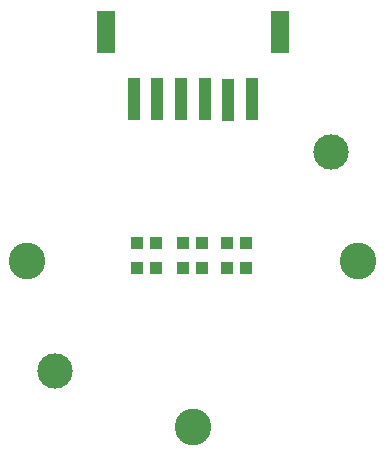
<source format=gts>
G04*
G04 #@! TF.GenerationSoftware,Altium Limited,Altium Designer,21.8.1 (53)*
G04*
G04 Layer_Color=8388736*
%FSLAX44Y44*%
%MOMM*%
G71*
G04*
G04 #@! TF.SameCoordinates,2069A8A4-A70D-4D47-B8DF-A6023ED568E2*
G04*
G04*
G04 #@! TF.FilePolarity,Negative*
G04*
G01*
G75*
%ADD13R,1.6000X3.6000*%
%ADD14R,1.1000X3.6000*%
%ADD15R,1.1000X1.1000*%
%ADD16C,3.0000*%
%ADD17C,3.1000*%
D13*
X-73500Y194500D02*
D03*
X73500D02*
D03*
D14*
X50000Y137500D02*
D03*
X30000Y137000D02*
D03*
X10000Y137500D02*
D03*
X-50000D02*
D03*
X-30000D02*
D03*
X-10000D02*
D03*
D15*
X-31250Y15750D02*
D03*
X-47250D02*
D03*
X-31250Y-5250D02*
D03*
X-47250D02*
D03*
X-8000Y15750D02*
D03*
X8000D02*
D03*
X45250Y-5250D02*
D03*
X29250D02*
D03*
X-8000D02*
D03*
X8000D02*
D03*
X45250Y15750D02*
D03*
X29250D02*
D03*
D16*
X-117000Y-93000D02*
D03*
X117000Y93000D02*
D03*
D17*
X140000Y0D02*
D03*
X0Y-140000D02*
D03*
X-140000Y0D02*
D03*
M02*

</source>
